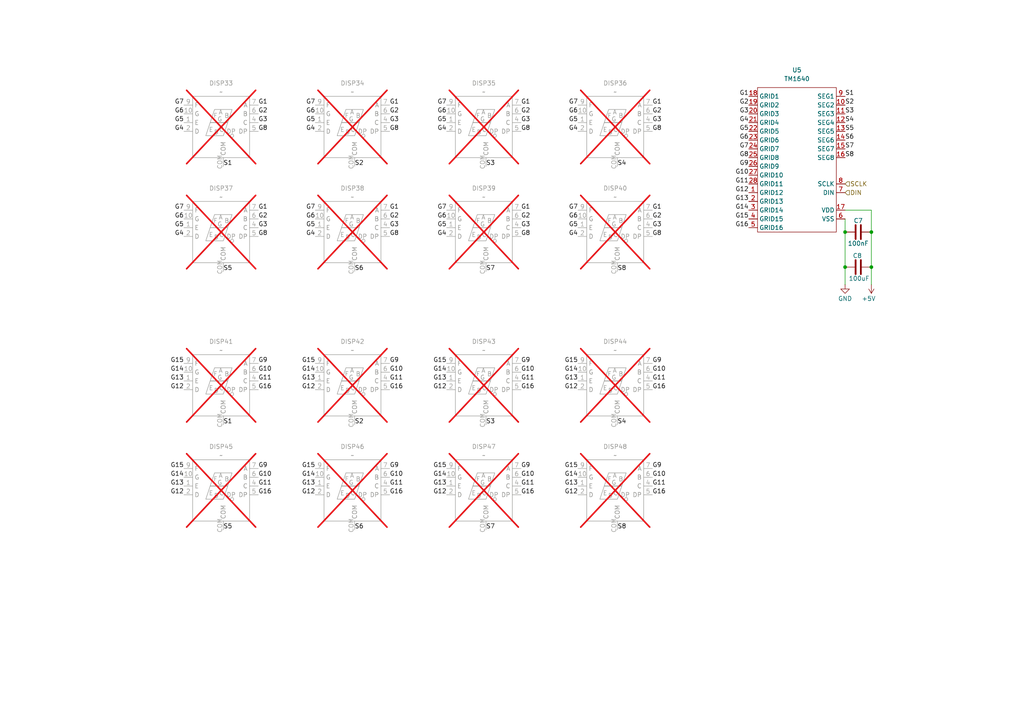
<source format=kicad_sch>
(kicad_sch (version 20250114) (generator "eeschema") (generator_version "9.0")
  (paper "A4")
  (lib_symbols
    (symbol "Device:C" (pin_numbers (hide yes)) (pin_names (offset 0.254))
      (property "Reference" "C" (at 0.635 2.54 0))
      (property "Value" "C" (at 0.635 -2.54 0))
      (symbol "C_0_1"
        (polyline (pts (xy -2.032 0.762) (xy 2.032 0.762)) (stroke (width 0.508)))
        (polyline (pts (xy -2.032 -0.762) (xy 2.032 -0.762)) (stroke (width 0.508)))
      )
      (symbol "C_1_1"
        (pin passive line (at 0 3.81 270) (length 2.794) (name "~") (number "1"))
        (pin passive line (at 0 -3.81 90) (length 2.794) (name "~") (number "2"))
      )
    )
    (symbol "power:+5V" (power) (pin_numbers (hide yes)) (pin_names (offset 0) (hide yes))
      (property "Value" "+5V" (at 0 3.556 0))
      (symbol "+5V_0_1"
        (polyline (pts (xy -0.762 1.27) (xy 0 2.54)))
        (polyline (pts (xy 0 2.54) (xy 0.762 1.27)))
        (polyline (pts (xy 0 0) (xy 0 2.54)))
      )
      (symbol "+5V_1_1"
        (pin power_in line (at 0 0 90) (length 0) (name "~") (number "1"))
      )
    )
    (symbol "power:GND" (power) (pin_numbers (hide yes)) (pin_names (offset 0) (hide yes))
      (property "Value" "GND" (at 0 -3.81 0))
      (symbol "GND_0_1"
        (polyline (pts (xy 0 0) (xy 0 -1.27) (xy 1.27 -1.27) (xy 0 -2.54) (xy -1.27 -1.27) (xy 0 -1.27)))
      )
      (symbol "GND_1_1"
        (pin power_in line (at 0 0 270) (length 0) (name "~") (number "1"))
      )
    )
    (symbol "ssdd:5611BH"
      (property "Reference" "DISP" (at 0.254 9.398 0))
      (symbol "5611BH_0_1"
        (rectangle (start -7.62 7.62) (end 8.89 -10.16))
        (polyline (pts (xy -2.54 0) (xy -3.81 -3.81) (xy 1.27 -3.81) (xy 2.54 0) (xy -2.54 0)))
        (polyline (pts (xy -1.27 3.81) (xy -2.54 0) (xy 2.54 0) (xy 3.81 3.81) (xy -1.27 3.81)))
        (circle (center 3.81 -3.81) (radius 0.4572))
      )
      (symbol "5611BH_1_1"
        (text "E" (at -2.286 -2.032 0) (effects (font (size 1.27 1.27))))
        (text "F" (at -1.016 2.032 0) (effects (font (size 1.27 1.27))))
        (text "D" (at -0.762 -2.794 0) (effects (font (size 1.27 1.27))))
        (text "G" (at 0.254 1.016 0) (effects (font (size 1.27 1.27))))
        (text "A" (at 0.508 3.048 0) (effects (font (size 1.27 1.27))))
        (text "C\n" (at 0.762 -2.032 0) (effects (font (size 1.27 1.27))))
        (text "B\n" (at 2.286 2.032 0) (effects (font (size 1.27 1.27))))
        (text "DP" (at 3.556 -2.54 0) (effects (font (size 1.27 1.27))))
        (pin input line (at -10.16 5.08 0) (length 2.54) (name "F") (number "9"))
        (pin input line (at -10.16 2.54 0) (length 2.54) (name "G") (number "10"))
        (pin input line (at -10.16 0 0) (length 2.54) (name "E") (number "1"))
        (pin input line (at -10.16 -2.54 0) (length 2.54) (name "D") (number "2"))
        (pin input line (at 1.27 -12.7 90) (length 2.54) (name "COM") (number "COM"))
        (pin input line (at 11.43 5.08 180) (length 2.54) (name "A") (number "7"))
        (pin input line (at 11.43 2.54 180) (length 2.54) (name "B") (number "6"))
        (pin input line (at 11.43 0 180) (length 2.54) (name "C") (number "4"))
        (pin input line (at 11.43 -2.54 180) (length 2.54) (name "DP") (number "5"))
      )
    )
    (symbol "ssdd:TM1640"
      (property "Reference" "U" (at 0 22.352 0))
      (symbol "TM1640_0_1"
        (rectangle (start -11.43 20.32) (end 11.43 -21.59))
      )
      (symbol "TM1640_1_1"
        (pin output line (at -13.97 17.78 0) (length 2.54) (name "GRID1") (number "18"))
        (pin output line (at -13.97 15.24 0) (length 2.54) (name "GRID2") (number "19"))
        (pin output line (at -13.97 12.7 0) (length 2.54) (name "GRID3") (number "20"))
        (pin output line (at -13.97 10.16 0) (length 2.54) (name "GRID4") (number "21"))
        (pin output line (at -13.97 7.62 0) (length 2.54) (name "GRID5") (number "22"))
        (pin output line (at -13.97 5.08 0) (length 2.54) (name "GRID6") (number "23"))
        (pin output line (at -13.97 2.54 0) (length 2.54) (name "GRID7") (number "24"))
        (pin output line (at -13.97 0 0) (length 2.54) (name "GRID8") (number "25"))
        (pin output line (at -13.97 -2.54 0) (length 2.54) (name "GRID9") (number "26"))
        (pin output line (at -13.97 -5.08 0) (length 2.54) (name "GRID10") (number "27"))
        (pin output line (at -13.97 -7.62 0) (length 2.54) (name "GRID11") (number "28"))
        (pin output line (at -13.97 -10.16 0) (length 2.54) (name "GRID12") (number "1"))
        (pin output line (at -13.97 -12.7 0) (length 2.54) (name "GRID13") (number "2"))
        (pin output line (at -13.97 -15.24 0) (length 2.54) (name "GRID14") (number "3"))
        (pin output line (at -13.97 -17.78 0) (length 2.54) (name "GRID15") (number "4"))
        (pin output line (at -13.97 -20.32 0) (length 2.54) (name "GRID16") (number "5"))
        (pin output line (at 13.97 17.78 180) (length 2.54) (name "SEG1") (number "9"))
        (pin output line (at 13.97 15.24 180) (length 2.54) (name "SEG2") (number "10"))
        (pin output line (at 13.97 12.7 180) (length 2.54) (name "SEG3") (number "11"))
        (pin output line (at 13.97 10.16 180) (length 2.54) (name "SEG4") (number "12"))
        (pin output line (at 13.97 7.62 180) (length 2.54) (name "SEG5") (number "13"))
        (pin output line (at 13.97 5.08 180) (length 2.54) (name "SEG6") (number "14"))
        (pin output line (at 13.97 2.54 180) (length 2.54) (name "SEG7") (number "15"))
        (pin output line (at 13.97 0 180) (length 2.54) (name "SEG8") (number "16"))
        (pin input line (at 13.97 -7.62 180) (length 2.54) (name "SCLK") (number "8"))
        (pin input line (at 13.97 -10.16 180) (length 2.54) (name "DIN") (number "7"))
        (pin power_in line (at 13.97 -15.24 180) (length 2.54) (name "VDD") (number "17"))
        (pin power_in line (at 13.97 -17.78 180) (length 2.54) (name "VSS") (number "6"))
      )
    )
  )
  (junction (at 245.11 67.31))
  (junction (at 252.73 77.47))
  (junction (at 245.11 77.47))
  (junction (at 252.73 67.31))
  (wire (pts (xy 245.11 60.96) (xy 252.73 60.96)))
  (wire (pts (xy 252.73 67.31) (xy 252.73 77.47)))
  (wire (pts (xy 252.73 77.47) (xy 252.73 82.55)))
  (wire (pts (xy 245.11 77.47) (xy 245.11 82.55)))
  (wire (pts (xy 245.11 63.5) (xy 245.11 67.31)))
  (wire (pts (xy 245.11 67.31) (xy 245.11 77.47)))
  (wire (pts (xy 252.73 60.96) (xy 252.73 67.31)))
  (label "G3" (at 113.03 35.56 0))
  (label "G4" (at 217.17 35.56 180))
  (label "G4" (at 167.64 68.58 180))
  (label "G15" (at 91.44 105.41 180))
  (label "S6" (at 102.87 153.67 0))
  (label "S5" (at 64.77 153.67 0))
  (label "G9" (at 189.23 135.89 0))
  (label "G2" (at 189.23 33.02 0))
  (label "G12" (at 129.54 113.03 180))
  (label "G5" (at 91.44 35.56 180))
  (label "G9" (at 74.93 135.89 0))
  (label "G12" (at 167.64 113.03 180))
  (label "G9" (at 113.03 135.89 0))
  (label "G12" (at 91.44 143.51 180))
  (label "G11" (at 74.93 140.97 0))
  (label "G1" (at 151.13 30.48 0))
  (label "G16" (at 217.17 66.04 180))
  (label "G3" (at 189.23 35.56 0))
  (label "G1" (at 189.23 60.96 0))
  (label "G6" (at 129.54 33.02 180))
  (label "G13" (at 217.17 58.42 180))
  (label "G15" (at 217.17 63.5 180))
  (label "G11" (at 113.03 110.49 0))
  (label "G6" (at 217.17 40.64 180))
  (label "S6" (at 245.11 40.64 0))
  (label "G11" (at 113.03 140.97 0))
  (label "G6" (at 91.44 63.5 180))
  (label "G10" (at 113.03 107.95 0))
  (label "G4" (at 91.44 68.58 180))
  (label "G14" (at 217.17 60.96 180))
  (label "S8" (at 179.07 78.74 0))
  (label "G7" (at 91.44 60.96 180))
  (label "S1" (at 64.77 123.19 0))
  (label "G8" (at 151.13 68.58 0))
  (label "S7" (at 140.97 153.67 0))
  (label "G6" (at 53.34 63.5 180))
  (label "G4" (at 129.54 38.1 180))
  (label "G8" (at 151.13 38.1 0))
  (label "G1" (at 189.23 30.48 0))
  (label "G7" (at 129.54 30.48 180))
  (label "G11" (at 151.13 140.97 0))
  (label "S4" (at 179.07 123.19 0))
  (label "G5" (at 91.44 66.04 180))
  (label "S2" (at 102.87 123.19 0))
  (label "G7" (at 53.34 60.96 180))
  (label "G11" (at 217.17 53.34 180))
  (label "G13" (at 53.34 110.49 180))
  (label "G2" (at 151.13 63.5 0))
  (label "G14" (at 129.54 138.43 180))
  (label "G14" (at 167.64 138.43 180))
  (label "G12" (at 91.44 113.03 180))
  (label "G16" (at 189.23 143.51 0))
  (label "S3" (at 140.97 123.19 0))
  (label "G13" (at 129.54 140.97 180))
  (label "G14" (at 167.64 107.95 180))
  (label "G10" (at 74.93 138.43 0))
  (label "G3" (at 189.23 66.04 0))
  (label "G16" (at 74.93 143.51 0))
  (label "G15" (at 167.64 135.89 180))
  (label "G13" (at 167.64 140.97 180))
  (label "G6" (at 129.54 63.5 180))
  (label "G3" (at 151.13 66.04 0))
  (label "G14" (at 91.44 107.95 180))
  (label "G12" (at 129.54 143.51 180))
  (label "G4" (at 167.64 38.1 180))
  (label "G16" (at 74.93 113.03 0))
  (label "G10" (at 189.23 107.95 0))
  (label "G10" (at 217.17 50.8 180))
  (label "G8" (at 189.23 38.1 0))
  (label "G5" (at 129.54 35.56 180))
  (label "G1" (at 113.03 60.96 0))
  (label "S1" (at 245.11 27.94 0))
  (label "G2" (at 217.17 30.48 180))
  (label "G2" (at 74.93 33.02 0))
  (label "G12" (at 53.34 143.51 180))
  (label "G15" (at 167.64 105.41 180))
  (label "G8" (at 113.03 68.58 0))
  (label "G16" (at 151.13 113.03 0))
  (label "S4" (at 245.11 35.56 0))
  (label "G10" (at 189.23 138.43 0))
  (label "G5" (at 53.34 66.04 180))
  (label "G1" (at 113.03 30.48 0))
  (label "S8" (at 179.07 153.67 0))
  (label "G11" (at 189.23 140.97 0))
  (label "G8" (at 113.03 38.1 0))
  (label "G12" (at 217.17 55.88 180))
  (label "G9" (at 113.03 105.41 0))
  (label "G2" (at 151.13 33.02 0))
  (label "G15" (at 53.34 105.41 180))
  (label "S7" (at 245.11 43.18 0))
  (label "G10" (at 151.13 107.95 0))
  (label "S3" (at 140.97 48.26 0))
  (label "S7" (at 140.97 78.74 0))
  (label "S5" (at 64.77 78.74 0))
  (label "G4" (at 53.34 38.1 180))
  (label "G5" (at 167.64 35.56 180))
  (label "G2" (at 113.03 33.02 0))
  (label "G8" (at 217.17 45.72 180))
  (label "G15" (at 53.34 135.89 180))
  (label "G4" (at 129.54 68.58 180))
  (label "G16" (at 189.23 113.03 0))
  (label "G7" (at 217.17 43.18 180))
  (label "G7" (at 53.34 30.48 180))
  (label "G12" (at 53.34 113.03 180))
  (label "G16" (at 151.13 143.51 0))
  (label "S5" (at 245.11 38.1 0))
  (label "G12" (at 167.64 143.51 180))
  (label "G6" (at 167.64 33.02 180))
  (label "G1" (at 217.17 27.94 180))
  (label "G1" (at 74.93 30.48 0))
  (label "G2" (at 74.93 63.5 0))
  (label "S2" (at 102.87 48.26 0))
  (label "G7" (at 91.44 30.48 180))
  (label "G1" (at 74.93 60.96 0))
  (label "G3" (at 217.17 33.02 180))
  (label "G9" (at 74.93 105.41 0))
  (label "G4" (at 91.44 38.1 180))
  (label "G16" (at 113.03 143.51 0))
  (label "G11" (at 189.23 110.49 0))
  (label "G2" (at 113.03 63.5 0))
  (label "G13" (at 129.54 110.49 180))
  (label "G14" (at 91.44 138.43 180))
  (label "G1" (at 151.13 60.96 0))
  (label "G3" (at 113.03 66.04 0))
  (label "G8" (at 189.23 68.58 0))
  (label "G9" (at 217.17 48.26 180))
  (label "G14" (at 53.34 107.95 180))
  (label "G6" (at 167.64 63.5 180))
  (label "G7" (at 167.64 30.48 180))
  (label "S8" (at 245.11 45.72 0))
  (label "G10" (at 74.93 107.95 0))
  (label "G3" (at 74.93 35.56 0))
  (label "G8" (at 74.93 68.58 0))
  (label "S4" (at 179.07 48.26 0))
  (label "G5" (at 129.54 66.04 180))
  (label "G13" (at 167.64 110.49 180))
  (label "G9" (at 151.13 105.41 0))
  (label "G13" (at 53.34 140.97 180))
  (label "G4" (at 53.34 68.58 180))
  (label "G2" (at 189.23 63.5 0))
  (label "G11" (at 151.13 110.49 0))
  (label "G16" (at 113.03 113.03 0))
  (label "G3" (at 74.93 66.04 0))
  (label "G13" (at 91.44 140.97 180))
  (label "G15" (at 129.54 105.41 180))
  (label "G15" (at 129.54 135.89 180))
  (label "S3" (at 245.11 33.02 0))
  (label "G5" (at 217.17 38.1 180))
  (label "G14" (at 53.34 138.43 180))
  (label "G10" (at 151.13 138.43 0))
  (label "G8" (at 74.93 38.1 0))
  (label "G7" (at 129.54 60.96 180))
  (label "G6" (at 91.44 33.02 180))
  (label "G11" (at 74.93 110.49 0))
  (label "G9" (at 151.13 135.89 0))
  (label "G14" (at 129.54 107.95 180))
  (label "G6" (at 53.34 33.02 180))
  (label "G9" (at 189.23 105.41 0))
  (label "G10" (at 113.03 138.43 0))
  (label "S6" (at 102.87 78.74 0))
  (label "S2" (at 245.11 30.48 0))
  (label "G5" (at 53.34 35.56 180))
  (label "G3" (at 151.13 35.56 0))
  (label "G5" (at 167.64 66.04 180))
  (label "G15" (at 91.44 135.89 180))
  (label "S1" (at 64.77 48.26 0))
  (label "G7" (at 167.64 60.96 180))
  (label "G13" (at 91.44 110.49 180))
  (hierarchical_label "DIN" (shape input) (at 245.11 55.88 0))
  (hierarchical_label "SCLK" (shape input) (at 245.11 53.34 0))
  (symbol (lib_id "ssdd:5611BH") (at 139.7 35.56 0) (unit 1) (in_bom no) (dnp yes)
    (property "Reference" "DISP3" (at 140.335 24.13 0))
    (property "Value" "~" (at 140.335 26.67 0))
    (property "Footprint" "ssdd:5611BH" (effects (hide yes)))
    (instances (project "ssdd" (path "" (reference "DISP35") (unit 1)) (path "" (reference "DISP83") (unit 1)) (path "" (reference "DISP67") (unit 1)) (path "" (reference "DISP131") (unit 1)) (path "" (reference "DISP19") (unit 1)) (path "" (reference "DISP51") (unit 1)) (path "" (reference "DISP3") (unit 1)) (path "" (reference "DISP115") (unit 1)) (path "" (reference "DISP99") (unit 1))))
  )
  (symbol (lib_id "ssdd:5611BH") (at 177.8 140.97 0) (unit 1) (in_bom no) (dnp yes)
    (property "Reference" "DISP16" (at 178.435 129.54 0))
    (property "Value" "~" (at 178.435 132.08 0))
    (property "Footprint" "ssdd:5611BH" (effects (hide yes)))
    (instances (project "ssdd" (path "" (reference "DISP48") (unit 1)) (path "" (reference "DISP96") (unit 1)) (path "" (reference "DISP80") (unit 1)) (path "" (reference "DISP144") (unit 1)) (path "" (reference "DISP32") (unit 1)) (path "" (reference "DISP64") (unit 1)) (path "" (reference "DISP16") (unit 1)) (path "" (reference "DISP128") (unit 1)) (path "" (reference "DISP112") (unit 1))))
  )
  (symbol (lib_id "ssdd:5611BH") (at 101.6 66.04 0) (unit 1) (in_bom no) (dnp yes)
    (property "Reference" "DISP6" (at 102.235 54.61 0))
    (property "Value" "~" (at 102.235 57.15 0))
    (property "Footprint" "ssdd:5611BH" (effects (hide yes)))
    (instances (project "ssdd" (path "" (reference "DISP38") (unit 1)) (path "" (reference "DISP86") (unit 1)) (path "" (reference "DISP70") (unit 1)) (path "" (reference "DISP134") (unit 1)) (path "" (reference "DISP22") (unit 1)) (path "" (reference "DISP54") (unit 1)) (path "" (reference "DISP6") (unit 1)) (path "" (reference "DISP118") (unit 1)) (path "" (reference "DISP102") (unit 1))))
  )
  (symbol (lib_id "Device:C") (at 248.92 67.31 90) (unit 1)
    (property "Reference" "C3" (at 248.92 64.008 90))
    (property "Value" "100nF" (at 248.92 70.612 90))
    (property "Footprint" "Capacitor_SMD:C_0402_1005Metric" (effects (hide yes)))
    (property "Description" "Unpolarized capacitor" (effects (hide yes)))
    (instances (project "ssdd" (path "" (reference "C7") (unit 1)) (path "" (reference "C13") (unit 1)) (path "" (reference "C11") (unit 1)) (path "" (reference "C19") (unit 1)) (path "" (reference "C5") (unit 1)) (path "" (reference "C9") (unit 1)) (path "" (reference "C3") (unit 1)) (path "" (reference "C17") (unit 1)) (path "" (reference "C15") (unit 1))))
  )
  (symbol (lib_id "ssdd:5611BH") (at 177.8 35.56 0) (unit 1) (in_bom no) (dnp yes)
    (property "Reference" "DISP4" (at 178.435 24.13 0))
    (property "Value" "~" (at 178.435 26.67 0))
    (property "Footprint" "ssdd:5611BH" (effects (hide yes)))
    (instances (project "ssdd" (path "" (reference "DISP36") (unit 1)) (path "" (reference "DISP84") (unit 1)) (path "" (reference "DISP68") (unit 1)) (path "" (reference "DISP132") (unit 1)) (path "" (reference "DISP20") (unit 1)) (path "" (reference "DISP52") (unit 1)) (path "" (reference "DISP4") (unit 1)) (path "" (reference "DISP116") (unit 1)) (path "" (reference "DISP100") (unit 1))))
  )
  (symbol (lib_id "ssdd:5611BH") (at 63.5 140.97 0) (unit 1) (in_bom no) (dnp yes)
    (property "Reference" "DISP13" (at 64.135 129.54 0))
    (property "Value" "~" (at 64.135 132.08 0))
    (property "Footprint" "ssdd:5611BH" (effects (hide yes)))
    (instances (project "ssdd" (path "" (reference "DISP45") (unit 1)) (path "" (reference "DISP93") (unit 1)) (path "" (reference "DISP77") (unit 1)) (path "" (reference "DISP141") (unit 1)) (path "" (reference "DISP29") (unit 1)) (path "" (reference "DISP61") (unit 1)) (path "" (reference "DISP13") (unit 1)) (path "" (reference "DISP125") (unit 1)) (path "" (reference "DISP109") (unit 1))))
  )
  (symbol (lib_id "ssdd:5611BH") (at 63.5 66.04 0) (unit 1) (in_bom no) (dnp yes)
    (property "Reference" "DISP5" (at 64.135 54.61 0))
    (property "Value" "~" (at 64.135 57.15 0))
    (property "Footprint" "ssdd:5611BH" (effects (hide yes)))
    (instances (project "ssdd" (path "" (reference "DISP37") (unit 1)) (path "" (reference "DISP85") (unit 1)) (path "" (reference "DISP69") (unit 1)) (path "" (reference "DISP133") (unit 1)) (path "" (reference "DISP21") (unit 1)) (path "" (reference "DISP53") (unit 1)) (path "" (reference "DISP5") (unit 1)) (path "" (reference "DISP117") (unit 1)) (path "" (reference "DISP101") (unit 1))))
  )
  (symbol (lib_id "ssdd:5611BH") (at 177.8 110.49 0) (unit 1) (in_bom no) (dnp yes)
    (property "Reference" "DISP12" (at 178.435 99.06 0))
    (property "Value" "~" (at 178.435 101.6 0))
    (property "Footprint" "ssdd:5611BH" (effects (hide yes)))
    (instances (project "ssdd" (path "" (reference "DISP44") (unit 1)) (path "" (reference "DISP92") (unit 1)) (path "" (reference "DISP76") (unit 1)) (path "" (reference "DISP140") (unit 1)) (path "" (reference "DISP28") (unit 1)) (path "" (reference "DISP60") (unit 1)) (path "" (reference "DISP12") (unit 1)) (path "" (reference "DISP124") (unit 1)) (path "" (reference "DISP108") (unit 1))))
  )
  (symbol (lib_id "ssdd:5611BH") (at 101.6 35.56 0) (unit 1) (in_bom no) (dnp yes)
    (property "Reference" "DISP2" (at 102.235 24.13 0))
    (property "Value" "~" (at 102.235 26.67 0))
    (property "Footprint" "ssdd:5611BH" (effects (hide yes)))
    (instances (project "ssdd" (path "" (reference "DISP34") (unit 1)) (path "" (reference "DISP82") (unit 1)) (path "" (reference "DISP66") (unit 1)) (path "" (reference "DISP130") (unit 1)) (path "" (reference "DISP18") (unit 1)) (path "" (reference "DISP50") (unit 1)) (path "" (reference "DISP2") (unit 1)) (path "" (reference "DISP114") (unit 1)) (path "" (reference "DISP98") (unit 1))))
  )
  (symbol (lib_id "ssdd:5611BH") (at 101.6 140.97 0) (unit 1) (in_bom no) (dnp yes)
    (property "Reference" "DISP14" (at 102.235 129.54 0))
    (property "Value" "~" (at 102.235 132.08 0))
    (property "Footprint" "ssdd:5611BH" (effects (hide yes)))
    (instances (project "ssdd" (path "" (reference "DISP46") (unit 1)) (path "" (reference "DISP94") (unit 1)) (path "" (reference "DISP78") (unit 1)) (path "" (reference "DISP142") (unit 1)) (path "" (reference "DISP30") (unit 1)) (path "" (reference "DISP62") (unit 1)) (path "" (reference "DISP14") (unit 1)) (path "" (reference "DISP126") (unit 1)) (path "" (reference "DISP110") (unit 1))))
  )
  (symbol (lib_id "ssdd:5611BH") (at 139.7 66.04 0) (unit 1) (in_bom no) (dnp yes)
    (property "Reference" "DISP7" (at 140.335 54.61 0))
    (property "Value" "~" (at 140.335 57.15 0))
    (property "Footprint" "ssdd:5611BH" (effects (hide yes)))
    (instances (project "ssdd" (path "" (reference "DISP39") (unit 1)) (path "" (reference "DISP87") (unit 1)) (path "" (reference "DISP71") (unit 1)) (path "" (reference "DISP135") (unit 1)) (path "" (reference "DISP23") (unit 1)) (path "" (reference "DISP55") (unit 1)) (path "" (reference "DISP7") (unit 1)) (path "" (reference "DISP119") (unit 1)) (path "" (reference "DISP103") (unit 1))))
  )
  (symbol (lib_id "ssdd:TM1640") (at 231.14 45.72 0) (unit 1)
    (property "Reference" "U3" (at 231.14 20.32 0))
    (property "Value" "TM1640" (at 231.14 22.86 0))
    (property "Footprint" "Package_SO:SSOP-28_3.9x9.9mm_P0.635mm" (effects (hide yes)))
    (property "LCSC" "C46683634" (effects (hide yes)))
    (instances (project "ssdd" (path "" (reference "U5") (unit 1)) (path "" (reference "U8") (unit 1)) (path "" (reference "U7") (unit 1)) (path "" (reference "U11") (unit 1)) (path "" (reference "U4") (unit 1)) (path "" (reference "U6") (unit 1)) (path "" (reference "U3") (unit 1)) (path "" (reference "U10") (unit 1)) (path "" (reference "U9") (unit 1))))
  )
  (symbol (lib_id "ssdd:5611BH") (at 139.7 140.97 0) (unit 1) (in_bom no) (dnp yes)
    (property "Reference" "DISP15" (at 140.335 129.54 0))
    (property "Value" "~" (at 140.335 132.08 0))
    (property "Footprint" "ssdd:5611BH" (effects (hide yes)))
    (instances (project "ssdd" (path "" (reference "DISP47") (unit 1)) (path "" (reference "DISP95") (unit 1)) (path "" (reference "DISP79") (unit 1)) (path "" (reference "DISP143") (unit 1)) (path "" (reference "DISP31") (unit 1)) (path "" (reference "DISP63") (unit 1)) (path "" (reference "DISP15") (unit 1)) (path "" (reference "DISP127") (unit 1)) (path "" (reference "DISP111") (unit 1))))
  )
  (symbol (lib_id "ssdd:5611BH") (at 101.6 110.49 0) (unit 1) (in_bom no) (dnp yes)
    (property "Reference" "DISP10" (at 102.235 99.06 0))
    (property "Value" "~" (at 102.235 101.6 0))
    (property "Footprint" "ssdd:5611BH" (effects (hide yes)))
    (instances (project "ssdd" (path "" (reference "DISP42") (unit 1)) (path "" (reference "DISP90") (unit 1)) (path "" (reference "DISP74") (unit 1)) (path "" (reference "DISP138") (unit 1)) (path "" (reference "DISP26") (unit 1)) (path "" (reference "DISP58") (unit 1)) (path "" (reference "DISP10") (unit 1)) (path "" (reference "DISP122") (unit 1)) (path "" (reference "DISP106") (unit 1))))
  )
  (symbol (lib_id "power:+5V") (at 252.73 82.55 180) (unit 1)
    (property "Reference" "#PWR025" (effects (hide yes)))
    (property "Value" "+5V" (at 254 86.614 0) (effects (justify left)))
    (property "Description" "Power symbol creates a global label with name \"+5V\"" (effects (hide yes)))
    (instances (project "ssdd" (path "" (reference "#PWR029") (unit 1)) (path "" (reference "#PWR035") (unit 1)) (path "" (reference "#PWR033") (unit 1)) (path "" (reference "#PWR041") (unit 1)) (path "" (reference "#PWR027") (unit 1)) (path "" (reference "#PWR031") (unit 1)) (path "" (reference "#PWR025") (unit 1)) (path "" (reference "#PWR039") (unit 1)) (path "" (reference "#PWR037") (unit 1))))
  )
  (symbol (lib_id "ssdd:5611BH") (at 63.5 35.56 0) (unit 1) (in_bom no) (dnp yes)
    (property "Reference" "DISP1" (at 64.135 24.13 0))
    (property "Value" "~" (at 64.135 26.67 0))
    (property "Footprint" "ssdd:5611BH" (effects (hide yes)))
    (instances (project "ssdd" (path "" (reference "DISP33") (unit 1)) (path "" (reference "DISP81") (unit 1)) (path "" (reference "DISP65") (unit 1)) (path "" (reference "DISP129") (unit 1)) (path "" (reference "DISP17") (unit 1)) (path "" (reference "DISP49") (unit 1)) (path "" (reference "DISP1") (unit 1)) (path "" (reference "DISP113") (unit 1)) (path "" (reference "DISP97") (unit 1))))
  )
  (symbol (lib_id "power:GND") (at 245.11 82.55 0) (unit 1)
    (property "Reference" "#PWR024" (effects (hide yes)))
    (property "Value" "GND" (at 245.11 86.614 0))
    (property "Description" "Power symbol creates a global label with name \"GND\" , ground" (effects (hide yes)))
    (instances (project "ssdd" (path "" (reference "#PWR028") (unit 1)) (path "" (reference "#PWR034") (unit 1)) (path "" (reference "#PWR032") (unit 1)) (path "" (reference "#PWR040") (unit 1)) (path "" (reference "#PWR026") (unit 1)) (path "" (reference "#PWR030") (unit 1)) (path "" (reference "#PWR024") (unit 1)) (path "" (reference "#PWR038") (unit 1)) (path "" (reference "#PWR036") (unit 1))))
  )
  (symbol (lib_id "Device:C") (at 248.92 77.47 90) (unit 1)
    (property "Reference" "C4" (at 248.666 74.168 90))
    (property "Value" "100uF" (at 249.174 80.772 90))
    (property "Footprint" "Capacitor_SMD:C_1206_3216Metric" (effects (hide yes)))
    (property "Description" "Unpolarized capacitor" (effects (hide yes)))
    (instances (project "ssdd" (path "" (reference "C8") (unit 1)) (path "" (reference "C14") (unit 1)) (path "" (reference "C12") (unit 1)) (path "" (reference "C20") (unit 1)) (path "" (reference "C6") (unit 1)) (path "" (reference "C10") (unit 1)) (path "" (reference "C4") (unit 1)) (path "" (reference "C18") (unit 1)) (path "" (reference "C16") (unit 1))))
  )
  (symbol (lib_id "ssdd:5611BH") (at 177.8 66.04 0) (unit 1) (in_bom no) (dnp yes)
    (property "Reference" "DISP8" (at 178.435 54.61 0))
    (property "Value" "~" (at 178.435 57.15 0))
    (property "Footprint" "ssdd:5611BH" (effects (hide yes)))
    (instances (project "ssdd" (path "" (reference "DISP40") (unit 1)) (path "" (reference "DISP88") (unit 1)) (path "" (reference "DISP72") (unit 1)) (path "" (reference "DISP136") (unit 1)) (path "" (reference "DISP24") (unit 1)) (path "" (reference "DISP56") (unit 1)) (path "" (reference "DISP8") (unit 1)) (path "" (reference "DISP120") (unit 1)) (path "" (reference "DISP104") (unit 1))))
  )
  (symbol (lib_id "ssdd:5611BH") (at 63.5 110.49 0) (unit 1) (in_bom no) (dnp yes)
    (property "Reference" "DISP9" (at 64.135 99.06 0))
    (property "Value" "~" (at 64.135 101.6 0))
    (property "Footprint" "ssdd:5611BH" (effects (hide yes)))
    (instances (project "ssdd" (path "" (reference "DISP41") (unit 1)) (path "" (reference "DISP89") (unit 1)) (path "" (reference "DISP73") (unit 1)) (path "" (reference "DISP137") (unit 1)) (path "" (reference "DISP25") (unit 1)) (path "" (reference "DISP57") (unit 1)) (path "" (reference "DISP9") (unit 1)) (path "" (reference "DISP121") (unit 1)) (path "" (reference "DISP105") (unit 1))))
  )
  (symbol (lib_id "ssdd:5611BH") (at 139.7 110.49 0) (unit 1) (in_bom no) (dnp yes)
    (property "Reference" "DISP11" (at 140.335 99.06 0))
    (property "Value" "~" (at 140.335 101.6 0))
    (property "Footprint" "ssdd:5611BH" (effects (hide yes)))
    (instances (project "ssdd" (path "" (reference "DISP43") (unit 1)) (path "" (reference "DISP91") (unit 1)) (path "" (reference "DISP75") (unit 1)) (path "" (reference "DISP139") (unit 1)) (path "" (reference "DISP27") (unit 1)) (path "" (reference "DISP59") (unit 1)) (path "" (reference "DISP11") (unit 1)) (path "" (reference "DISP123") (unit 1)) (path "" (reference "DISP107") (unit 1))))
  )
)
</source>
